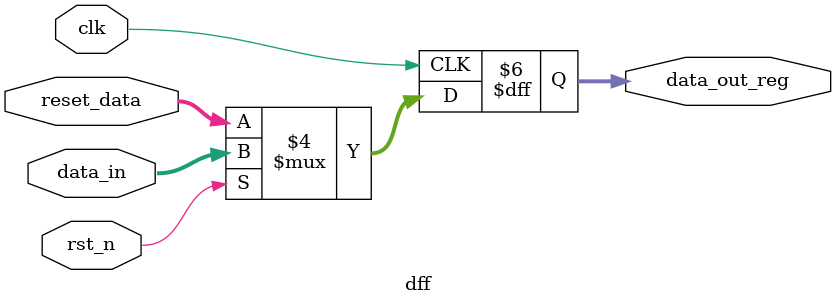
<source format=v>
/*
Author: Yue Zheng
Email: zhen0631@umn.edu

A Data Flip-Flop with a set value.

Instantiation:

    dff #(.DATA_WIDTH(2)) u_dff (
        .clk(clk),
        .rst_n(rst_n),
        .data_in(state_next_reg),
		.reset_data(2'b00),
        .data_out_reg(state_reg)
    );

The variable connected to data_out_reg must be **wire**, **reg** is not accepted

*/

module dff #(
    parameter DATA_WIDTH = 8
)
(
    input clk,
    input rst_n,
    input [DATA_WIDTH-1 : 0] data_in,
    input [DATA_WIDTH-1 : 0] reset_data,
    output reg [DATA_WIDTH-1 : 0] data_out_reg

);

    always @(posedge clk) begin
        if(!rst_n) begin
            data_out_reg <= reset_data;
        end else begin
            data_out_reg <= data_in;
        end
    end

endmodule

</source>
